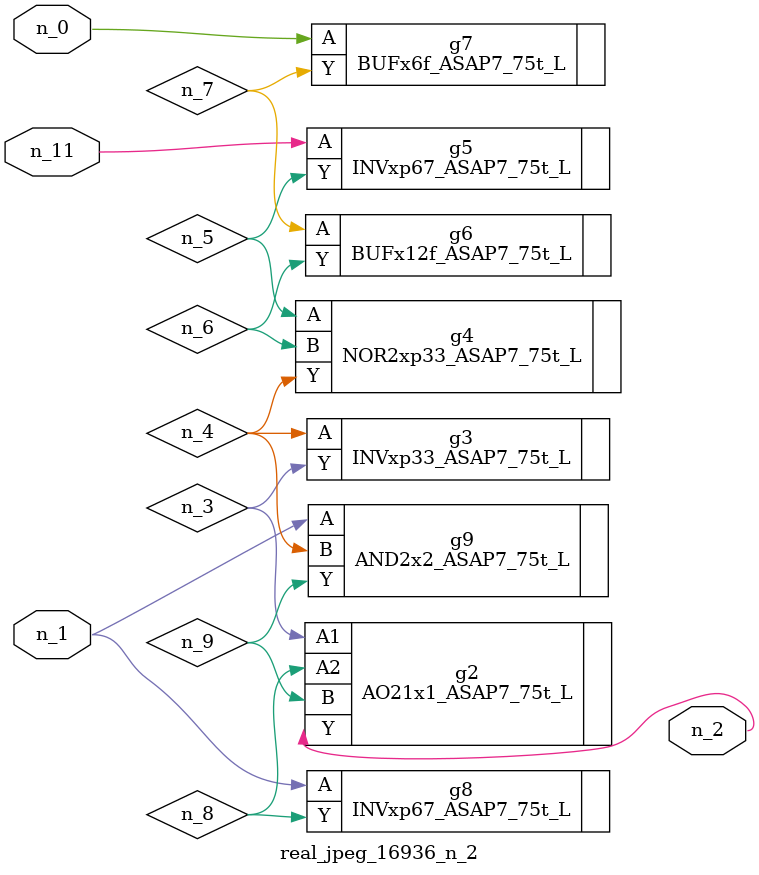
<source format=v>
module real_jpeg_16936_n_2 (n_1, n_11, n_0, n_2);

input n_1;
input n_11;
input n_0;

output n_2;

wire n_5;
wire n_8;
wire n_4;
wire n_6;
wire n_7;
wire n_3;
wire n_9;

BUFx6f_ASAP7_75t_L g7 ( 
.A(n_0),
.Y(n_7)
);

INVxp67_ASAP7_75t_L g8 ( 
.A(n_1),
.Y(n_8)
);

AND2x2_ASAP7_75t_L g9 ( 
.A(n_1),
.B(n_4),
.Y(n_9)
);

AO21x1_ASAP7_75t_L g2 ( 
.A1(n_3),
.A2(n_8),
.B(n_9),
.Y(n_2)
);

INVxp33_ASAP7_75t_L g3 ( 
.A(n_4),
.Y(n_3)
);

NOR2xp33_ASAP7_75t_L g4 ( 
.A(n_5),
.B(n_6),
.Y(n_4)
);

BUFx12f_ASAP7_75t_L g6 ( 
.A(n_7),
.Y(n_6)
);

INVxp67_ASAP7_75t_L g5 ( 
.A(n_11),
.Y(n_5)
);


endmodule
</source>
